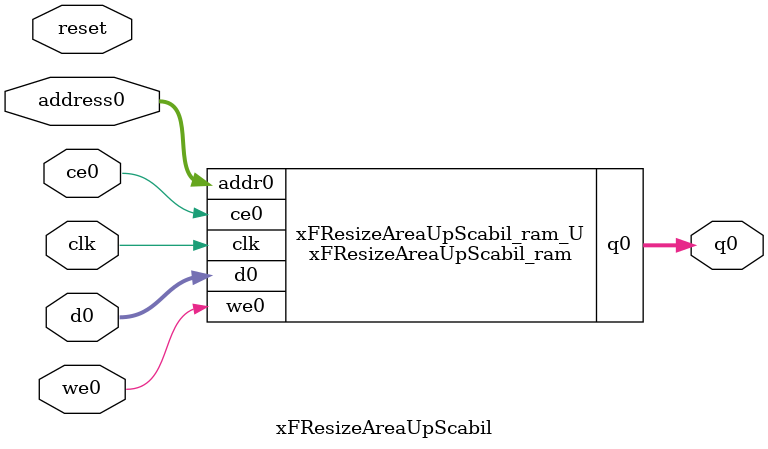
<source format=v>
`timescale 1 ns / 1 ps
module xFResizeAreaUpScabil_ram (addr0, ce0, d0, we0, q0,  clk);

parameter DWIDTH = 32;
parameter AWIDTH = 10;
parameter MEM_SIZE = 721;

input[AWIDTH-1:0] addr0;
input ce0;
input[DWIDTH-1:0] d0;
input we0;
output reg[DWIDTH-1:0] q0;
input clk;

(* ram_style = "block" *)reg [DWIDTH-1:0] ram[0:MEM_SIZE-1];




always @(posedge clk)  
begin 
    if (ce0) begin
        if (we0) 
            ram[addr0] <= d0; 
        q0 <= ram[addr0];
    end
end


endmodule

`timescale 1 ns / 1 ps
module xFResizeAreaUpScabil(
    reset,
    clk,
    address0,
    ce0,
    we0,
    d0,
    q0);

parameter DataWidth = 32'd32;
parameter AddressRange = 32'd721;
parameter AddressWidth = 32'd10;
input reset;
input clk;
input[AddressWidth - 1:0] address0;
input ce0;
input we0;
input[DataWidth - 1:0] d0;
output[DataWidth - 1:0] q0;



xFResizeAreaUpScabil_ram xFResizeAreaUpScabil_ram_U(
    .clk( clk ),
    .addr0( address0 ),
    .ce0( ce0 ),
    .we0( we0 ),
    .d0( d0 ),
    .q0( q0 ));

endmodule


</source>
